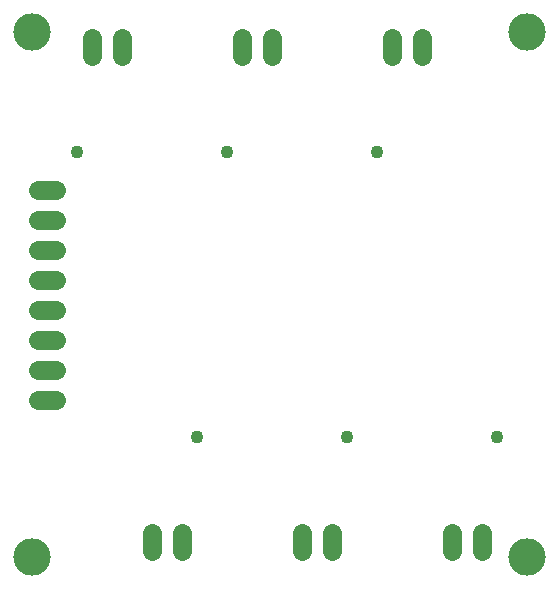
<source format=gbr>
G04 EAGLE Gerber X2 export*
%TF.Part,Single*%
%TF.FileFunction,Soldermask,Bot,1*%
%TF.FilePolarity,Negative*%
%TF.GenerationSoftware,Autodesk,EAGLE,9.1.0*%
%TF.CreationDate,2018-12-10T23:06:03Z*%
G75*
%MOMM*%
%FSLAX34Y34*%
%LPD*%
%AMOC8*
5,1,8,0,0,1.08239X$1,22.5*%
G01*
%ADD10C,3.175000*%
%ADD11C,1.627000*%
%ADD12C,1.102000*%


D10*
X38100Y482600D03*
X457200Y482600D03*
X457200Y38100D03*
X38100Y38100D03*
D11*
X139700Y43300D02*
X139700Y58300D01*
X165100Y58300D02*
X165100Y43300D01*
X58300Y349250D02*
X43300Y349250D01*
X43300Y323850D02*
X58300Y323850D01*
X58300Y298450D02*
X43300Y298450D01*
X43300Y273050D02*
X58300Y273050D01*
X58300Y247650D02*
X43300Y247650D01*
X43300Y222250D02*
X58300Y222250D01*
X58300Y196850D02*
X43300Y196850D01*
X43300Y171450D02*
X58300Y171450D01*
X266700Y58300D02*
X266700Y43300D01*
X292100Y43300D02*
X292100Y58300D01*
X393700Y58300D02*
X393700Y43300D01*
X419100Y43300D02*
X419100Y58300D01*
X368300Y462400D02*
X368300Y477400D01*
X342900Y477400D02*
X342900Y462400D01*
X241300Y462400D02*
X241300Y477400D01*
X215900Y477400D02*
X215900Y462400D01*
X114300Y462400D02*
X114300Y477400D01*
X88900Y477400D02*
X88900Y462400D01*
D12*
X177800Y139700D03*
X304800Y139700D03*
X431800Y139700D03*
X330200Y381000D03*
X203200Y381000D03*
X76200Y381000D03*
M02*

</source>
